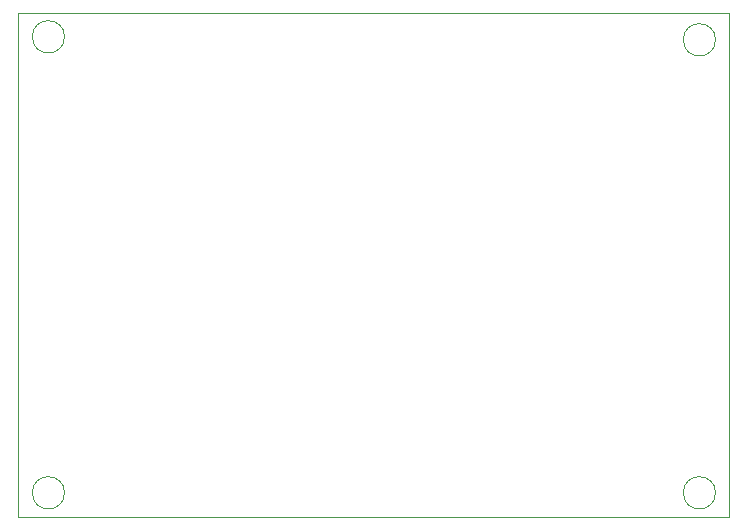
<source format=gm1>
%TF.GenerationSoftware,KiCad,Pcbnew,4.0.1-2.fc23-product*%
%TF.CreationDate,2016-01-01T21:05:35+01:00*%
%TF.ProjectId,sunpowered,73756E706F77657265642E6B69636164,rev?*%
%TF.FileFunction,Profile,NP*%
%FSLAX46Y46*%
G04 Gerber Fmt 4.6, Leading zero omitted, Abs format (unit mm)*
G04 Created by KiCad (PCBNEW 4.0.1-2.fc23-product) date Fri 01 Jan 2016 21:05:35 CET*
%MOMM*%
G01*
G04 APERTURE LIST*
%ADD10C,0.100000*%
G04 APERTURE END LIST*
D10*
X102108000Y-132080000D02*
X162306000Y-132080000D01*
X102108000Y-89408000D02*
X102108000Y-132080000D01*
X162306000Y-89408000D02*
X102108000Y-89408000D01*
X162306000Y-132080000D02*
X162306000Y-89408000D01*
X161130881Y-91694000D02*
G75*
G03X161130881Y-91694000I-1364881J0D01*
G01*
X161130881Y-130048000D02*
G75*
G03X161130881Y-130048000I-1364881J0D01*
G01*
X106012881Y-91440000D02*
G75*
G03X106012881Y-91440000I-1364881J0D01*
G01*
X106012881Y-130048000D02*
G75*
G03X106012881Y-130048000I-1364881J0D01*
G01*
M02*

</source>
